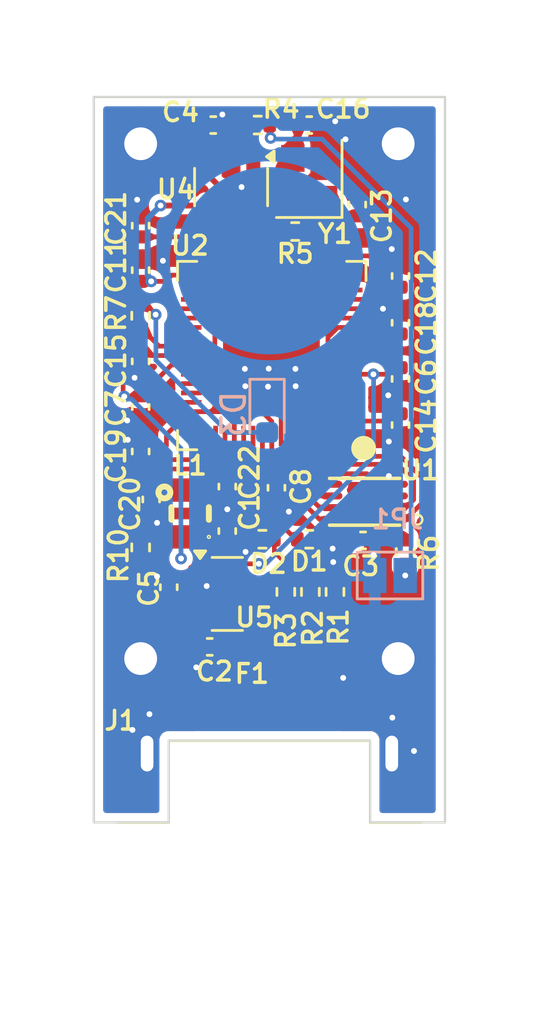
<source format=kicad_pcb>
(kicad_pcb (version 20241229) (generator "pcbnew") (generator_version "9.0")
  (layers (0 "F.Cu" signal) (2 "B.Cu" signal) (13 "F.Paste" user) (15 "B.Paste" user) (5 "F.SilkS" user "F.Silkscreen") (7 "B.SilkS" user "B.Silkscreen") (1 "F.Mask" user) (3 "B.Mask" user) (25 "Edge.Cuts" user))
  (net 0 "")
  (net 1 "GND")
  (net 4 "/+5V_USB")
  (net 5 "/D-")
  (net 6 "/D+")
  (net 7 "Net-(J1-A5-CC1)")
  (net 10 "/XIN")
  (net 11 "/XOUT")
  (net 12 "/DM")
  (net 13 "/DP")
  (net 14 "/QSPI_SD3")
  (net 15 "Net-(C16-Pad1)")
  (net 16 "/QSPI_SCLK")
  (net 17 "/QSPI_SD0")
  (net 18 "/+5V_VIN")
  (net 19 "/QSPI_SD2")
  (net 20 "/QSPI_SD1")
  (net 21 "/QSPI_SS_N")
  (net 22 "Net-(D3-A)")
  (net 23 "/GPIO25")
  (net 24 "+1V1")
  (net 25 "Net-(U4-Q)")
  (net 26 "+3.3V")
  (net 27 "Net-(U4-I)")
  (net 28 "Net-(U2-VREG_LX)")
  (net 29 "/TOUCH_BTN")
  (net 63 "/VREG_AVDD")
  (footprint "Resistor_SMD:R_0402_1005Metric" (layer "F.Cu") (at 109.9 88.35 90)
    (property "Reference" "R1")
    (property "Value" "R_0402_5.1K_5%")
  )
  (footprint "Capacitor_SMD:C_0402_1005Metric" (layer "F.Cu") (at 112.7 76.85 90)
    (property "Reference" "C18")
    (property "Value" "C_0402_100nF_10V_X7R")
  )
  (footprint "LT_TinyMountingHole:MountingHole-M1.4" (layer "F.Cu") (at 112.6 91.2)
    (property "Reference" "H2" (hide yes))
    (property "Value" "M1.4 Hole")
  )
  (footprint "Resistor_SMD:R_0402_1005Metric" (layer "F.Cu") (at 101.6 86.45 90)
    (property "Reference" "R10")
    (property "Value" "R_0402_33_5%")
  )
  (footprint "LT_TinyMountingHole:MountingHole-M1.4" (layer "F.Cu") (at 101.6 91.2)
    (property "Reference" "H4" (hide yes))
    (property "Value" "M1.4 Hole")
  )
  (footprint "Capacitor_SMD:C_0402_1005Metric" (layer "F.Cu") (at 112.7 81.22 -90)
    (property "Reference" "C14")
    (property "Value" "C_0402_100nF_10V_X7R")
  )
  (footprint "Capacitor_SMD:C_0402_1005Metric" (layer "F.Cu") (at 104.55 90.7 180)
    (property "Reference" "C2")
    (property "Value" "C_0402_4.7uF_10V_X5R")
  )
  (footprint "Capacitor_SMD:C_0402_1005Metric" (layer "F.Cu") (at 111.1 86.15 180)
    (property "Reference" "C3")
    (property "Value" "C_0402_1uF_10V_X5R")
  )
  (footprint "Resistor_SMD:R_0402_1005Metric" (layer "F.Cu") (at 106.8 86.1)
    (property "Reference" "D2")
    (property "Value" "TPESD0402G05V")
  )
  (footprint "Capacitor_SMD:C_0402_1005Metric" (layer "F.Cu") (at 105.3 85.75 90)
    (property "Reference" "C1")
    (property "Value" "C_0402_4.7uF_10V_X5R")
  )
  (footprint "Capacitor_SMD:C_0402_1005Metric" (layer "F.Cu") (at 101.6 82.35 -90)
    (property "Reference" "C19")
    (property "Value" "C_0402_100nF_10V_X7R")
  )
  (footprint "Capacitor_SMD:C_0402_1005Metric" (layer "F.Cu") (at 107.4 83.9 -90)
    (property "Reference" "C8")
    (property "Value" "C_0402_4.7uF_10V_X5R")
  )
  (footprint "Resistor_SMD:R_0402_1005Metric" (layer "F.Cu") (at 108.85 88.35 -90)
    (property "Reference" "R2")
    (property "Value" "R_0402_27_5%")
  )
  (footprint "Resistor_SMD:R_0402_1005Metric" (layer "F.Cu") (at 108.2 72.95 180)
    (property "Reference" "R5")
    (property "Value" "R_0402_1K_5%")
  )
  (footprint "LT_GT-USB-8016A:GT-USB-8016A" (layer "F.Cu") (at 107.1 93.4)
    (property "Reference" "J1")
    (property "Value" "GT-USB-8016A")
  )
  (footprint "Resistor_SMD:R_0402_1005Metric" (layer "F.Cu") (at 112.9 86.65 -90)
    (property "Reference" "R6")
    (property "Value" "R_0402_1K_5%")
  )
  (footprint "Crystal:Crystal_SMD_2520-4Pin_2.5x2.0mm" (layer "F.Cu") (at 108.8 70.7 90)
    (property "Reference" "Y1")
    (property "Value" "ABM8-272-T3")
  )
  (footprint "Capacitor_SMD:C_0402_1005Metric" (layer "F.Cu") (at 104.7 68.4)
    (property "Reference" "C4")
    (property "Value" "C_0402_1pF_50V_C0G")
  )
  (footprint "LT_TinyMountingHole:MountingHole-M1.4" (layer "F.Cu") (at 112.6 69.2)
    (property "Reference" "H3" (hide yes))
    (property "Value" "M1.4 Hole")
  )
  (footprint "Resistor_SMD:R_0402_1005Metric" (layer "F.Cu") (at 101.6 76.55 90)
    (property "Reference" "R7")
    (property "Value" "R_0402_470_5%")
  )
  (footprint "Package_TO_SOT_SMD:SOT-23" (layer "F.Cu") (at 105.3 88.4375)
    (property "Reference" "U5")
    (property "Value" "662K")
  )
  (footprint "Capacitor_SMD:C_0402_1005Metric" (layer "F.Cu") (at 108.8 68.4)
    (property "Reference" "C16")
    (property "Value" "C_0402_15pF_50V_C0G")
  )
  (footprint "Capacitor_SMD:C_0402_1005Metric" (layer "F.Cu") (at 102.8 88.15 90)
    (property "Reference" "C5")
    (property "Value" "C_0402_4.7uF_10V_X5R")
  )
  (footprint "Package_TO_SOT_SMD:SOT-23-6" (layer "F.Cu") (at 105.4625 71.05 -90)
    (property "Reference" "U4")
    (property "Value" "TTP223_SOT23-6")
  )
  (footprint "Capacitor_SMD:C_0402_1005Metric" (layer "F.Cu") (at 101.6 80.45 -90)
    (property "Reference" "C7")
    (property "Value" "C_0402_100nF_10V_X7R")
  )
  (footprint "Resistor_SMD:R_0402_1005Metric" (layer "F.Cu") (at 108.8 86.1)
    (property "Reference" "D1")
    (property "Value" "TPESD0402G05V")
  )
  (footprint "Capacitor_SMD:C_0402_1005Metric" (layer "F.Cu") (at 101.6 78.5 -90)
    (property "Reference" "C15")
    (property "Value" "C_0402_100nF_10V_X7R")
  )
  (footprint "Capacitor_SMD:C_0402_1005Metric" (layer "F.Cu") (at 101.6 74.6 90)
    (property "Reference" "C11")
    (property "Value" "C_0402_100nF_10V_X7R")
  )
  (footprint "Capacitor_SMD:C_0402_1005Metric" (layer "F.Cu") (at 101.6 72.7 -90)
    (property "Reference" "C21")
    (property "Value" "C_0402_4.7uF_10V_X5R")
  )
  (footprint "LT_TinyMountingHole:MountingHole-M1.4" (layer "F.Cu") (at 101.6 69.2)
    (property "Reference" "H1" (hide yes))
    (property "Value" "M1.4 Hole")
  )
  (footprint "LT_USON8:USON8-2x3mm-EP0.2x1.6mm" (layer "F.Cu") (at 111.167868 84.5 180)
    (property "Reference" "U1")
    (property "Value" "ZD25WQ32CEIGR")
  )
  (footprint "Resistor_SMD:R_0402_1005Metric" (layer "F.Cu") (at 107.8 88.35 -90)
    (property "Reference" "R3")
    (property "Value" "R_0402_27_5%")
  )
  (footprint "Resistor_SMD:R_0402_1005Metric" (layer "F.Cu") (at 106.6 68.4 180)
    (property "Reference" "R4")
    (property "Value" "R_0402_27_5%")
  )
  (footprint "Capacitor_SMD:C_0402_1005Metric" (layer "F.Cu") (at 112.7 79.25 -90)
    (property "Reference" "C6")
    (property "Value" "C_0402_100nF_10V_X7R")
  )
  (footprint "LT_Inductor:LT_L0806" (layer "F.Cu") (at 103.713538 85 90)
    (property "Reference" "L1")
    (property "Value" "AOTA-B201610S3R3-101-T")
  )
  (footprint "Capacitor_SMD:C_0402_1005Metric" (layer "F.Cu") (at 105.3 83.85 -90)
    (property "Reference" "C22")
    (property "Value" "C_0402_4.7uF_10V_X5R")
  )
  (footprint "Capacitor_SMD:C_0402_1005Metric" (layer "F.Cu") (at 110.85 71.8 90)
    (property "Reference" "C13")
    (property "Value" "C_0402_15pF_50V_C0G")
  )
  (footprint "Fuse:Fuse_0402_1005Metric" (layer "F.Cu") (at 106.45 90.7 180)
    (property "Reference" "F1")
    (property "Value" "BSMD0402L-020")
  )
  (footprint "LT_QFN60:RP2350A_QFN-60_EP_7.75x7.75_Pitch0.4mm" (layer "F.Cu") (at 107.2 78.25 180)
    (property "Reference" "U2")
    (property "Value" "RP2350A-QFN60")
  )
  (footprint "Capacitor_SMD:C_0402_1005Metric" (layer "F.Cu") (at 112.7 74.85 90)
    (property "Reference" "C12")
    (property "Value" "C_0402_100nF_10V_X7R")
  )
  (footprint "Capacitor_SMD:C_0402_1005Metric" (layer "F.Cu") (at 102.05 84.4 -90)
    (property "Reference" "C20")
    (property "Value" "C_0402_4.7uF_10V_X5R")
  )
  (footprint "Jumper:SolderJumper-2_P1.3mm_Open_Pad1.0x1.5mm" (layer "B.Cu") (at 112.25 87.65 180)
    (property "Reference" "JP1")
    (property "Value" "Jumper_2_Open")
  )
  (footprint "LED_SMD:LED_0603_1608Metric" (layer "B.Cu") (at 107 80.75 -90)
    (property "Reference" "D3")
    (property "Value" "NCD0603B1")
  )
  (footprint "LT_TestPoint:TP_8MM" (layer "B.Cu") (at 107.1 74.2)
    (property "Reference" "TP1" (hide yes))
    (property "Value" "TestPoint")
  )
  (gr_line (start 114.6 67.2) (end 99.6 67.2) (stroke (width 0.1)) (layer "Edge.Cuts"))
  (gr_line (start 102.8 98.2) (end 102.8 94.7) (stroke (width 0.1)) (layer "Edge.Cuts"))
  (gr_line (start 111.4 94.7) (end 111.4 98.2) (stroke (width 0.1)) (layer "Edge.Cuts"))
  (gr_line (start 102.8 94.7) (end 111.4 94.7) (stroke (width 0.1)) (layer "Edge.Cuts"))
  (gr_line (start 99.6 67.2) (end 99.6 98.2) (stroke (width 0.1)) (layer "Edge.Cuts"))
  (gr_line (start 99.6 98.2) (end 102.8 98.2) (stroke (width 0.1)) (layer "Edge.Cuts"))
  (gr_line (start 111.4 98.2) (end 114.6 98.2) (stroke (width 0.1)) (layer "Edge.Cuts"))
  (gr_line (start 114.6 67.2) (end 114.6 98.2) (stroke (width 0.1)) (layer "Edge.Cuts"))
  (segment (start 102.65 84.28) (end 102.05 84.88) (width 0.2) (layer "F.Cu") (net 1))
  (segment (start 109.28 68.4) (end 109.75 68.4) (width 0.25) (layer "F.Cu") (net 1))
  (segment (start 102.65 83.35) (end 102.65 84.28) (width 0.2) (layer "F.Cu") (net 1))
  (segment (start 102.8 87.67) (end 102.32 87.67) (width 0.25) (layer "F.Cu") (net 1))
  (segment (start 101.025 81.025) (end 101.475 81.025) (width 0.25) (layer "F.Cu") (net 1))
  (segment (start 113.165 95.26) (end 113.275 95.15) (width 0.3) (layer "F.Cu") (net 1))
  (segment (start 105.3 84.82) (end 105.3 84.33) (width 0.25) (layer "F.Cu") (net 1))
  (segment (start 104.025 83.1) (end 102.9 83.1) (width 0.2) (layer "F.Cu") (net 1))
  (segment (start 102.05 85.25) (end 102.05 84.88) (width 0.25) (layer "F.Cu") (net 1))
  (segment (start 102.55 74.2) (end 102.5 74.15) (width 0.25) (layer "F.Cu") (net 1))
  (segment (start 107.5 84.49) (end 107.93 84.92) (width 0.25) (layer "F.Cu") (net 1))
  (segment (start 108.1 71.368) (end 109.5 69.968) (width 0.25) (layer "F.Cu") (net 1))
  (segment (start 106.29 86.46) (end 106.29 86.1) (width 0.25) (layer "F.Cu") (net 1))
  (segment (start 101.31 81.85) (end 101.33 81.87) (width 0.25) (layer "F.Cu") (net 1))
  (segment (start 112.395 79.73) (end 112.175 79.95) (width 0.2) (layer "F.Cu") (net 1))
  (segment (start 104.3625 88.0425) (end 104.42 88.1) (width 0.25) (layer "F.Cu") (net 1))
  (segment (start 102.5 74.15) (end 101.61 74.15) (width 0.25) (layer "F.Cu") (net 1))
  (segment (start 104.18 87.67) (end 104.3625 87.4875) (width 0.25) (layer "F.Cu") (net 1))
  (segment (start 102.8 87.67) (end 104.18 87.67) (width 0.25) (layer "F.Cu") (net 1))
  (segment (start 106.08 86.64) (end 106.11 86.64) (width 0.25) (layer "F.Cu") (net 1))
  (segment (start 105.18 68.04) (end 105.09 67.95) (width 0.25) (layer "F.Cu") (net 1))
  (segment (start 101.875 94.875) (end 101.25 94.25) (width 0.3) (layer "F.Cu") (net 1))
  (segment (start 112.07 76.37) (end 111.95 76.25) (width 0.2) (layer "F.Cu") (net 1))
  (segment (start 102.9 83.1) (end 102.65 83.35) (width 0.2) (layer "F.Cu") (net 1))
  (segment (start 112.55 83.75) (end 112.2 83.4) (width 0.2) (layer "F.Cu") (net 1))
  (segment (start 104.07 90.7) (end 104.07 91.48) (width 0.3) (layer "F.Cu") (net 1))
  (segment (start 104.8 81.6875) (end 104.8 82.325) (width 0.2) (layer "F.Cu") (net 1))
  (segment (start 112.7 81.7) (end 112.425 81.7) (width 0.2) (layer "F.Cu") (net 1))
  (segment (start 101.61 74.15) (end 101.6 74.14) (width 0.25) (layer "F.Cu") (net 1))
  (segment (start 105.4625 68.6825) (end 105.18 68.4) (width 0.25) (layer "F.Cu") (net 1))
  (segment (start 110.29 93.4) (end 110.29 92.065) (width 0.3) (layer "F.Cu") (net 1))
  (segment (start 111.55 86.775) (end 111.6 86.725) (width 0.25) (layer "F.Cu") (net 1))
  (segment (start 104.07 91.48) (end 103.975 91.575) (width 0.3) (layer "F.Cu") (net 1))
  (segment (start 104.8 82.325) (end 104.025 83.1) (width 0.2) (layer "F.Cu") (net 1))
  (segment (start 109.8 86.5) (end 109.71 86.5) (width 0.25) (layer "F.Cu") (net 1))
  (segment (start 111.2 93.4) (end 112.025 93.4) (width 0.3) (layer "F.Cu") (net 1))
  (segment (start 112.67 71.32) (end 112.93 71.58) (width 0.25) (layer "F.Cu") (net 1))
  (segment (start 109.9 87.15) (end 109.825 87.075) (width 0.3) (layer "F.Cu") (net 1))
  (segment (start 109.71 86.5) (end 109.31 86.1) (width 0.25) (layer "F.Cu") (net 1))
  (segment (start 112.7 74.37) (end 112.7 74.075) (width 0.2) (layer "F.Cu") (net 1))
  (segment (start 102.3 85.4) (end 102.2 85.4) (width 0.25) (layer "F.Cu") (net 1))
  (segment (start 111.58 86.745) (end 111.55 86.775) (width 0.2) (layer "F.Cu") (net 1))
  (segment (start 112.7 76.37) (end 112.07 76.37) (width 0.2) (layer "F.Cu") (net 1))
  (segment (start 109.75 68.4) (end 109.91 68.24) (width 0.25) (layer "F.Cu") (net 1))
  (segment (start 105.3 85.27) (end 105.3 84.82) (width 0.25) (layer "F.Cu") (net 1))
  (segment (start 102.15 93.4) (end 101.975 93.575) (width 0.3) (layer "F.Cu") (net 1))
  (segment (start 104.3625 87.4875) (end 104.3625 88.0425) (width 0.25) (layer "F.Cu") (net 1))
  (segment (start 101.05 81.85) (end 101.31 81.85) (width 0.25) (layer "F.Cu") (net 1))
  (segment (start 112.425 81.7) (end 112.2 81.925) (width 0.2) (layer "F.Cu") (net 1))
  (segment (start 102.2 85.4) (end 102.05 85.25) (width 0.25) (layer "F.Cu") (net 1))
  (segment (start 106.11 86.64) (end 106.29 86.46) (width 0.25) (layer "F.Cu") (net 1))
  (segment (start 101.6 72.22) (end 101.6 71.74) (width 0.25) (layer "F.Cu") (net 1))
  (segment (start 111.58 86.15) (end 111.58 86.745) (width 0.2) (layer "F.Cu") (net 1))
  (segment (start 105.18 68.4) (end 105.18 68.04) (width 0.25) (layer "F.Cu") (net 1))
  (segment (start 101.33 81.87) (end 101.6 81.87) (width 0.25) (layer "F.Cu") (net 1))
  (segment (start 103 93.4) (end 102.15 93.4) (width 0.3) (layer "F.Cu") (net 1))
  (segment (start 112.567868 83.75) (end 112.55 83.75) (width 0.2) (layer "F.Cu") (net 1))
  (segment (start 110.29 92.065) (end 110.25 92.025) (width 0.3) (layer "F.Cu") (net 1))
  (segment (start 110.85 71.32) (end 112.67 71.32) (width 0.25) (layer "F.Cu") (net 1))
  (segment (start 109.535 69.825) (end 110.35 69.01) (width 0.25) (layer "F.Cu") (net 1))
  (segment (start 109.9 87.84) (end 109.9 87.15) (width 0.3) (layer "F.Cu") (net 1))
  (segment (start 112.7 74.075) (end 112.325 73.7) (width 0.2) (layer "F.Cu") (net 1))
  (segment (start 112.325 95.26) (end 113.165 95.26) (width 0.3) (layer "F.Cu") (net 1))
  (segment (start 102.32 87.67) (end 102.3 87.69) (width 0.25) (layer "F.Cu") (net 1))
  (segment (start 110.85 71.175) (end 109.5 69.825) (width 0.25) (layer "F.Cu") (net 1))
  (segment (start 112.025 93.4) (end 112.35 93.725) (width 0.3) (layer "F.Cu") (net 1))
  (segment (start 101.6 71.74) (end 101.45 71.59) (width 0.25) (layer "F.Cu") (net 1))
  (segment (start 112.7 79.73) (end 112.395 79.73) (width 0.2) (layer "F.Cu") (net 1))
  (segment (start 101.56 78.98) (end 101.34 79.2) (width 0.25) (layer "F.Cu") (net 1))
  (segment (start 105.4625 69.9125) (end 105.4625 68.6825) (width 0.25) (layer "F.Cu") (net 1))
  (via (at 112.35 93.725) (size 0.5) (drill 0.25) (layers "F.Cu" "B.Cu") (net 1))
  (via (at 108.22 79.56) (size 0.5) (drill 0.25) (layers "F.Cu" "B.Cu") (net 1))
  (via (at 112.2 83.4) (size 0.5) (drill 0.25) (layers "F.Cu" "B.Cu") (net 1))
  (via (at 101.34 79.2) (size 0.5) (drill 0.25) (layers "F.Cu" "B.Cu") (net 1))
  (via (at 104.42 88.1) (size 0.5) (drill 0.25) (layers "F.Cu" "B.Cu") (net 1))
  (via (at 110.35 69.01) (size 0.5) (drill 0.25) (layers "F.Cu" "B.Cu") (net 1))
  (via (at 105.09 67.95) (size 0.5) (drill 0.25) (layers "F.Cu" "B.Cu") (net 1))
  (via (at 105.3 84.82) (size 0.5) (drill 0.25) (layers "F.Cu" "B.Cu") (net 1))
  (via (at 101.05 81.85) (size 0.5) (drill 0.25) (layers "F.Cu" "B.Cu") (net 1))
  (via (at 111.55 86.775) (size 0.5) (drill 0.25) (layers "F.Cu" "B.Cu") (net 1))
  (via (at 112.175 79.95) (size 0.5) (drill 0.25) (layers "F.Cu" "B.Cu") (net 1))
  (via (at 109.825 87.075) (size 0.5) (drill 0.25) (layers "F.Cu" "B.Cu") (net 1))
  (via (at 111.95 76.25) (size 0.5) (drill 0.25) (layers "F.Cu" "B.Cu") (net 1))
  (via (at 101.25 94.25) (size 0.5) (drill 0.25) (layers "F.Cu" "B.Cu") (net 1))
  (via (at 106.08 86.64) (size 0.5) (drill 0.25) (layers "F.Cu" "B.Cu") (net 1))
  (via (at 108.21 78.82) (size 0.5) (drill 0.25) (layers "F.Cu" "B.Cu") (net 1))
  (via (at 112.2 81.925) (size 0.5) (drill 0.25) (layers "F.Cu" "B.Cu") (net 1))
  (via (at 109.91 68.24) (size 0.5) (drill 0.25) (layers "F.Cu" "B.Cu") (net 1))
  (via (at 107.04 79.58) (size 0.5) (drill 0.25) (layers "F.Cu" "B.Cu") (net 1))
  (via (at 101.025 81.025) (size 0.5) (drill 0.25) (layers "F.Cu" "B.Cu") (net 1))
  (via (at 106.05 78.82) (size 0.5) (drill 0.25) (layers "F.Cu" "B.Cu") (net 1))
  (via (at 109.8 86.5) (size 0.5) (drill 0.25) (layers "F.Cu" "B.Cu") (net 1))
  (via (at 112.325 73.7) (size 0.5) (drill 0.25) (layers "F.Cu" "B.Cu") (net 1))
  (via (at 110.25 92.025) (size 0.5) (drill 0.25) (layers "F.Cu" "B.Cu") (net 1))
  (via (at 101.45 71.59) (size 0.5) (drill 0.25) (layers "F.Cu" "B.Cu") (net 1))
  (via (at 107.93 84.92) (size 0.5) (drill 0.25) (layers "F.Cu" "B.Cu") (net 1))
  (via (at 102.3 85.4) (size 0.5) (drill 0.25) (layers "F.Cu" "B.Cu") (net 1))
  (via (at 103.975 91.575) (size 0.5) (drill 0.25) (layers "F.Cu" "B.Cu") (net 1))
  (via (at 113.275 95.15) (size 0.5) (drill 0.25) (layers "F.Cu" "B.Cu") (net 1))
  (via (at 107.07 78.81) (size 0.5) (drill 0.25) (layers "F.Cu" "B.Cu") (net 1))
  (via (at 101.975 93.575) (size 0.5) (drill 0.25) (layers "F.Cu" "B.Cu") (net 1))
  (via (at 112.93 71.58) (size 0.5) (drill 0.25) (layers "F.Cu" "B.Cu") (net 1))
  (via (at 102.55 74.2) (size 0.5) (drill 0.25) (layers "F.Cu" "B.Cu") (net 1))
  (via (at 102.3 87.69) (size 0.5) (drill 0.25) (layers "F.Cu" "B.Cu") (net 1))
  (via (at 106.07 79.56) (size 0.5) (drill 0.25) (layers "F.Cu" "B.Cu") (net 1))
  (segment (start 106.935 90.915) (end 106.935 90.7) (width 0.25) (layer "F.Cu") (net 4))
  (segment (start 105.74 92.11) (end 106.935 90.915) (width 0.25) (layer "F.Cu") (net 4))
  (segment (start 105.74 93.4) (end 105.74 92.11) (width 0.25) (layer "F.Cu") (net 4))
  (segment (start 107.8 91) (end 107.8 88.86) (width 0.2) (layer "F.Cu") (net 5))
  (segment (start 106.39 92.41) (end 107.8 91) (width 0.2) (layer "F.Cu") (net 5))
  (segment (start 106.39 93.4) (end 106.39 92.41) (width 0.2) (layer "F.Cu") (net 5))
  (segment (start 107.04 93.4) (end 107.04 92.56) (width 0.2) (layer "F.Cu") (net 6))
  (segment (start 108.85 90.75) (end 108.85 88.86) (width 0.2) (layer "F.Cu") (net 6))
  (segment (start 107.04 92.56) (end 108.85 90.75) (width 0.2) (layer "F.Cu") (net 6))
  (segment (start 109.9 90.525) (end 109.9 88.86) (width 0.2) (layer "F.Cu") (net 7))
  (segment (start 107.69 93.4) (end 107.69 92.735) (width 0.2) (layer "F.Cu") (net 7))
  (segment (start 107.69 92.735) (end 109.9 90.525) (width 0.2) (layer "F.Cu") (net 7))
  (segment (start 108 74.8125) (end 108 74.15) (width 0.2) (layer "F.Cu") (net 10))
  (segment (start 108 74.15) (end 108.5 73.65) (width 0.2) (layer "F.Cu") (net 10))
  (segment (start 109.1 73.65) (end 109.5 73.25) (width 0.2) (layer "F.Cu") (net 10))
  (segment (start 110.205 72.28) (end 109.5 71.575) (width 0.2) (layer "F.Cu") (net 10))
  (segment (start 110.85 72.28) (end 110.205 72.28) (width 0.2) (layer "F.Cu") (net 10))
  (segment (start 109.5 73.25) (end 109.5 71.575) (width 0.2) (layer "F.Cu") (net 10))
  (segment (start 108.5 73.65) (end 109.1 73.65) (width 0.2) (layer "F.Cu") (net 10))
  (segment (start 107.6 73.95) (end 107.6 74.8125) (width 0.2) (layer "F.Cu") (net 11))
  (segment (start 108.6 72.95) (end 107.6 73.95) (width 0.2) (layer "F.Cu") (net 11))
  (segment (start 107.7 87.025) (end 107.31 86.635) (width 0.2) (layer "F.Cu") (net 12))
  (segment (start 107.31 86.635) (end 107.31 86.1) (width 0.2) (layer "F.Cu") (net 12))
  (segment (start 106.4 81.6875) (end 106.4 84.9) (width 0.2) (layer "F.Cu") (net 12))
  (segment (start 107.7 87.74) (end 107.7 87.025) (width 0.2) (layer "F.Cu") (net 12))
  (segment (start 106.4 84.9) (end 107.31 85.81) (width 0.2) (layer "F.Cu") (net 12))
  (segment (start 107.31 85.81) (end 107.31 86.1) (width 0.2) (layer "F.Cu") (net 12))
  (segment (start 106.8 81.6875) (end 106.8 84.68) (width 0.2) (layer "F.Cu") (net 13))
  (segment (start 108.29 86.515) (end 108.29 86.1) (width 0.2) (layer "F.Cu") (net 13))
  (segment (start 106.8 84.68) (end 108.22 86.1) (width 0.2) (layer "F.Cu") (net 13))
  (segment (start 108.85 87.075) (end 108.29 86.515) (width 0.2) (layer "F.Cu") (net 13))
  (segment (start 108.22 86.1) (end 108.29 86.1) (width 0.2) (layer "F.Cu") (net 13))
  (segment (start 108.85 87.84) (end 108.85 87.075) (width 0.2) (layer "F.Cu") (net 13))
  (segment (start 109.767868 84.75) (end 109.25 84.75) (width 0.2) (layer "F.Cu") (net 14))
  (segment (start 108 83.5) (end 108 81.6875) (width 0.2) (layer "F.Cu") (net 14))
  (segment (start 109.25 84.75) (end 108 83.5) (width 0.2) (layer "F.Cu") (net 14))
  (segment (start 107.12 70.805) (end 108.1 69.825) (width 0.2) (layer "F.Cu") (net 15))
  (segment (start 108.32 68.4) (end 108.32 69.605) (width 0.2) (layer "F.Cu") (net 15))
  (segment (start 107.12 72.42) (end 107.12 70.805) (width 0.2) (layer "F.Cu") (net 15))
  (segment (start 107.65 72.95) (end 107.12 72.42) (width 0.2) (layer "F.Cu") (net 15))
  (segment (start 109.232246 84.25) (end 108.4 83.417754) (width 0.2) (layer "F.Cu") (net 16))
  (segment (start 108.4 83.417754) (end 108.4 81.6875) (width 0.2) (layer "F.Cu") (net 16))
  (segment (start 109.767868 84.25) (end 109.232246 84.25) (width 0.2) (layer "F.Cu") (net 16))
  (segment (start 108.8 83.335508) (end 108.8 81.6875) (width 0.2) (layer "F.Cu") (net 17))
  (segment (start 109.214492 83.75) (end 108.8 83.335508) (width 0.2) (layer "F.Cu") (net 17))
  (segment (start 109.767868 83.75) (end 109.214492 83.75) (width 0.2) (layer "F.Cu") (net 17))
  (segment (start 105.965 90.7) (end 105.965 88.71) (width 0.25) (layer "F.Cu") (net 18))
  (segment (start 105.965 90.7) (end 105.03 90.7) (width 0.25) (layer "F.Cu") (net 18))
  (segment (start 105.965 88.71) (end 106.2375 88.4375) (width 0.25) (layer "F.Cu") (net 18))
  (segment (start 111.26491 83.3) (end 112.21491 84.25) (width 0.2) (layer "F.Cu") (net 19))
  (segment (start 109.6 83.3) (end 111.26491 83.3) (width 0.2) (layer "F.Cu") (net 19))
  (segment (start 109.2 81.6875) (end 109.2 82.9) (width 0.2) (layer "F.Cu") (net 19))
  (segment (start 112.21491 84.25) (end 112.567868 84.25) (width 0.2) (layer "F.Cu") (net 19))
  (segment (start 109.2 82.9) (end 109.6 83.3) (width 0.2) (layer "F.Cu") (net 19))
  (segment (start 113.258868 84.411958) (end 112.920826 84.75) (width 0.2) (layer "F.Cu") (net 20))
  (segment (start 112.570826 82.9) (end 113.258868 83.588042) (width 0.2) (layer "F.Cu") (net 20))
  (segment (start 110 82.9) (end 112.570826 82.9) (width 0.2) (layer "F.Cu") (net 20))
  (segment (start 113.258868 83.588042) (end 113.258868 84.411958) (width 0.2) (layer "F.Cu") (net 20))
  (segment (start 109.6 82.5) (end 110 82.9) (width 0.2) (layer "F.Cu") (net 20))
  (segment (start 109.6 81.6875) (end 109.6 82.5) (width 0.2) (layer "F.Cu") (net 20))
  (segment (start 112.920826 84.75) (end 112.567868 84.75) (width 0.2) (layer "F.Cu") (net 20))
  (segment (start 112.567868 85.25) (end 112.567868 85.807868) (width 0.25) (layer "F.Cu") (net 21))
  (segment (start 110.259 82.559) (end 112.712072 82.559) (width 0.2) (layer "F.Cu") (net 21))
  (segment (start 113.599868 83.446796) (end 113.599868 84.570958) (width 0.2) (layer "F.Cu") (net 21))
  (segment (start 112.712072 82.559) (end 113.599868 83.446796) (width 0.2) (layer "F.Cu") (net 21))
  (segment (start 110 81.6875) (end 110 82.3) (width 0.2) (layer "F.Cu") (net 21))
  (segment (start 113.052958 85.25) (end 112.7 85.25) (width 0.2) (layer "F.Cu") (net 21))
  (segment (start 113.599868 84.570958) (end 112.920826 85.25) (width 0.2) (layer "F.Cu") (net 21))
  (segment (start 110 82.3) (end 110.259 82.559) (width 0.2) (layer "F.Cu") (net 21))
  (segment (start 112.567868 85.807868) (end 112.9 86.14) (width 0.25) (layer "F.Cu") (net 21))
  (segment (start 112.920826 85.25) (end 112.567868 85.25) (width 0.2) (layer "F.Cu") (net 21))
  (segment (start 102.24 76.5) (end 101.78 76.04) (width 0.2) (layer "F.Cu") (net 22))
  (via (at 102.24 76.5) (size 0.5) (drill 0.25) (layers "F.Cu" "B.Cu") (net 22))
  (segment (start 105.3375 81.5375) (end 107 81.5375) (width 0.2) (layer "B.Cu") (net 22))
  (segment (start 102.25 76.51) (end 102.25 78.45) (width 0.2) (layer "B.Cu") (net 22))
  (segment (start 102.24 76.5) (end 102.25 76.51) (width 0.2) (layer "B.Cu") (net 22))
  (segment (start 102.25 78.45) (end 105.3375 81.5375) (width 0.2) (layer "B.Cu") (net 22))
  (segment (start 102.39 77.85) (end 101.6 77.06) (width 0.2) (layer "F.Cu") (net 23))
  (segment (start 103.7625 77.85) (end 102.39 77.85) (width 0.2) (layer "F.Cu") (net 23))
  (segment (start 107.2 74.05) (end 106.8 73.65) (width 0.2) (layer "F.Cu") (net 24))
  (segment (start 112.42 79.05) (end 112.7 78.77) (width 0.2) (layer "F.Cu") (net 24))
  (segment (start 106 81.6875) (end 106 85.53) (width 0.2) (layer "F.Cu") (net 24))
  (segment (start 102.92 78.65) (end 101.6 79.97) (width 0.2) (layer "F.Cu") (net 24))
  (segment (start 100.85 73.6) (end 101.27 73.18) (width 0.2) (layer "F.Cu") (net 24))
  (segment (start 103.7625 78.65) (end 102.92 78.65) (width 0.2) (layer "F.Cu") (net 24))
  (segment (start 101.18 79.97) (end 101.6 79.97) (width 0.2) (layer "F.Cu") (net 24))
  (segment (start 106.65 87.15) (end 105.78 87.15) (width 0.2) (layer "F.Cu") (net 24))
  (segment (start 105.3 86.67) (end 105.3 86.23) (width 0.2) (layer "F.Cu") (net 24))
  (segment (start 107.2 74.8125) (end 107.2 74.05) (width 0.2) (layer "F.Cu") (net 24))
  (segment (start 100.9 80) (end 100.85 79.95) (width 0.2) (layer "F.Cu") (net 24))
  (segment (start 101.15 80) (end 101.18 79.97) (width 0.2) (layer "F.Cu") (net 24))
  (segment (start 103.325 86.925) (end 103.325 86.388538) (width 0.2) (layer "F.Cu") (net 24))
  (segment (start 100.85 79.95) (end 100.85 73.6) (width 0.2) (layer "F.Cu") (net 24))
  (segment (start 104.8 86.23) (end 103.943538 86.23) (width 0.25) (layer "F.Cu") (net 24))
  (segment (start 106.8 73.65) (end 103.8 73.65) (width 0.2) (layer "F.Cu") (net 24))
  (segment (start 101.27 73.18) (end 101.42 73.18) (width 0.2) (layer "F.Cu") (net 24))
  (segment (start 105.78 87.15) (end 105.3 86.67) (width 0.2) (layer "F.Cu") (net 24))
  (segment (start 103.8 73.65) (end 103.33 73.18) (width 0.2) (layer "F.Cu") (net 24))
  (segment (start 110.6375 79.05) (end 112.42 79.05) (width 0.2) (layer "F.Cu") (net 24))
  (segment (start 103.33 73.18) (end 101.6 73.18) (width 0.2) (layer "F.Cu") (net 24))
  (segment (start 105.3 86.23) (end 104.8 86.23) (width 0.25) (layer "F.Cu") (net 24))
  (segment (start 102.25 73.18) (end 101.6 73.18) (width 0.2) (layer "F.Cu") (net 24))
  (segment (start 106 85.53) (end 105.3 86.23) (width 0.2) (layer "F.Cu") (net 24))
  (segment (start 100.9 80) (end 101.15 80) (width 0.2) (layer "F.Cu") (net 24))
  (via (at 100.9 80) (size 0.5) (drill 0.25) (layers "F.Cu" "B.Cu") (net 24))
  (via (at 106.65 87.15) (size 0.5) (drill 0.25) (layers "F.Cu" "B.Cu") (net 24))
  (via (at 103.325 86.925) (size 0.5) (drill 0.25) (layers "F.Cu" "B.Cu") (net 24))
  (via (at 111.54 79.05) (size 0.5) (drill 0.25) (layers "F.Cu" "B.Cu") (net 24))
  (segment (start 111.55 79.06) (end 111.55 82.55) (width 0.2) (layer "B.Cu") (net 24))
  (segment (start 103.325 86.925) (end 103.32 86.92) (width 0.2) (layer "B.Cu") (net 24))
  (segment (start 103.32 86.92) (end 103.32 82.22) (width 0.2) (layer "B.Cu") (net 24))
  (segment (start 101.2125 80.1125) (end 101.0125 80.1125) (width 0.2) (layer "B.Cu") (net 24))
  (segment (start 106.95 87.15) (end 106.65 87.15) (width 0.2) (layer "B.Cu") (net 24))
  (segment (start 103.32 82.22) (end 101.2125 80.1125) (width 0.2) (layer "B.Cu") (net 24))
  (segment (start 101.0125 80.1125) (end 100.9 80) (width 0.2) (layer "B.Cu") (net 24))
  (segment (start 111.55 82.55) (end 106.95 87.15) (width 0.2) (layer "B.Cu") (net 24))
  (segment (start 111.54 79.05) (end 111.55 79.06) (width 0.2) (layer "B.Cu") (net 24))
  (segment (start 106.4125 68.7225) (end 106.09 68.4) (width 0.2) (layer "F.Cu") (net 25))
  (segment (start 106.4125 69.9125) (end 106.4125 68.7225) (width 0.2) (layer "F.Cu") (net 25))
  (segment (start 105.6 81.6875) (end 105.6 83.07) (width 0.2) (layer "F.Cu") (net 26))
  (segment (start 102.7 81.625) (end 102.7 82.1) (width 0.2) (layer "F.Cu") (net 26))
  (segment (start 104.382 78.25) (end 103.7625 78.25) (width 0.2) (layer "F.Cu") (net 26))
  (segment (start 105.6 83.07) (end 105.3 83.37) (width 0.2) (layer "F.Cu") (net 26))
  (segment (start 107.6 80.85) (end 107.6 81.6875) (width 0.2) (layer "F.Cu") (net 26))
  (segment (start 104.768 75.8) (end 104.459 75.491) (width 0.2) (layer "F.Cu") (net 26))
  (segment (start 103.7625 81.05) (end 103.275 81.05) (width 0.2) (layer "F.Cu") (net 26))
  (segment (start 102.8 88.63) (end 103.08 88.63) (width 0.25) (layer "F.Cu") (net 26))
  (segment (start 100.9 83.53) (end 101.6 82.83) (width 0.25) (layer "F.Cu") (net 26))
  (segment (start 104.165 71.84) (end 104.5125 72.1875) (width 0.25) (layer "F.Cu") (net 26))
  (segment (start 102.45 71.84) (end 104.165 71.84) (width 0.25) (layer "F.Cu") (net 26))
  (segment (start 104.6 80.65) (end 105.182 80.65) (width 0.2) (layer "F.Cu") (net 26))
  (segment (start 110.25 85.25) (end 110.62 85.62) (width 0.2) (layer "F.Cu") (net 26))
  (segment (start 110.6375 81.05) (end 112.39 81.05) (width 0.2) (layer "F.Cu") (net 26))
  (segment (start 110.6375 81.05) (end 110.5965 81.009) (width 0.2) (layer "F.Cu") (net 26))
  (segment (start 104.768 75.8) (end 104.768 77.75) (width 0.2) (layer "F.Cu") (net 26))
  (segment (start 111.361 73.991) (end 112.7 75.33) (width 0.2) (layer "F.Cu") (net 26))
  (segment (start 102.7 82.1) (end 101.97 82.83) (width 0.2) (layer "F.Cu") (net 26))
  (segment (start 104.768 77.75) (end 104.768 80.482) (width 0.2) (layer "F.Cu") (net 26))
  (segment (start 112.39 81.05) (end 112.7 80.74) (width 0.2) (layer "F.Cu") (net 26))
  (segment (start 110.018 77.05) (end 110.6375 77.05) (width 0.2) (layer "F.Cu") (net 26))
  (segment (start 109.6 80.65) (end 109.6 77.468) (width 0.2) (layer "F.Cu") (net 26))
  (segment (start 105.182 80.65) (end 105.6 81.068) (width 0.2) (layer "F.Cu") (net 26))
  (segment (start 107.41 83.42) (end 109.24 85.25) (width 0.2) (layer "F.Cu") (net 26))
  (segment (start 103.275 81.05) (end 102.7 81.625) (width 0.2) (layer "F.Cu") (net 26))
  (segment (start 108.4 74.25) (end 108.659 73.991) (width 0.2) (layer "F.Cu") (net 26))
  (segment (start 104.459 75.491) (end 104.459 74.8715) (width 0.2) (layer "F.Cu") (net 26))
  (segment (start 102.28 88.63) (end 102.8 88.63) (width 0.25) (layer "F.Cu") (net 26))
  (segment (start 107.2 81.6875) (end 107.2 83.12) (width 0.2) (layer "F.Cu") (net 26))
  (segment (start 105.182 80.65) (end 106.782 80.65) (width 0.2) (layer "F.Cu") (net 26))
  (segment (start 106.782 80.65) (end 107.3 80.65) (width 0.2) (layer "F.Cu") (net 26))
  (segment (start 101.6 75.08) (end 102.67 75.08) (width 0.2) (layer "F.Cu") (net 26))
  (segment (start 100.9 86.26) (end 100.9 83.53) (width 0.25) (layer "F.Cu") (net 26))
  (segment (start 102.67 75.08) (end 102.9375 74.8125) (width 0.2) (layer "F.Cu") (net 26))
  (segment (start 108.659 73.991) (end 111.361 73.991) (width 0.2) (layer "F.Cu") (net 26))
  (segment (start 109.6 77.468) (end 110.018 77.05) (width 0.2) (layer "F.Cu") (net 26))
  (segment (start 109.767868 85.25) (end 110.25 85.25) (width 0.2) (layer "F.Cu") (net 26))
  (segment (start 107.4 80.65) (end 107.6 80.85) (width 0.2) (layer "F.Cu") (net 26))
  (segment (start 101.83 78.25) (end 101.6 78.02) (width 0.2) (layer "F.Cu") (net 26))
  (segment (start 110.62 85.62) (end 110.62 86.15) (width 0.2) (layer "F.Cu") (net 26))
  (segment (start 109.959 81.009) (end 109.6 80.65) (width 0.2) (layer "F.Cu") (net 26))
  (segment (start 108.4 75.55) (end 108.4 74.8125) (width 0.2) (layer "F.Cu") (net 26))
  (segment (start 104.768 77.864) (end 104.382 78.25) (width 0.2) (layer "F.Cu") (net 26))
  (segment (start 109.6 76.1) (end 109.3 75.8) (width 0.2) (layer "F.Cu") (net 26))
  (segment (start 110.6375 77.05) (end 112.42 77.05) (width 0.2) (layer "F.Cu") (net 26))
  (segment (start 103.7625 80.65) (end 103.7625 81.05) (width 0.2) (layer "F.Cu") (net 26))
  (segment (start 104.768 77.75) (end 104.768 77.864) (width 0.2) (layer "F.Cu") (net 26))
  (segment (start 106.782 80.65) (end 107.2 81.068) (width 0.2) (layer "F.Cu") (net 26))
  (segment (start 101.6 86.96) (end 101.6 87.95) (width 0.25) (layer "F.Cu") (net 26))
  (segment (start 103.08 88.63) (end 103.8375 89.3875) (width 0.25) (layer "F.Cu") (net 26))
  (segment (start 103.7625 80.65) (end 104.6 80.65) (width 0.2) (layer "F.Cu") (net 26))
  (segment (start 109.3 75.8) (end 108.8 75.8) (width 0.2) (layer "F.Cu") (net 26))
  (segment (start 108.8 75.8) (end 104.768 75.8) (width 0.2) (layer "F.Cu") (net 26))
  (segment (start 108.4 74.8125) (end 108.4 74.25) (width 0.2) (layer "F.Cu") (net 26))
  (segment (start 104.459 74.8715) (end 104.4 74.8125) (width 0.2) (layer "F.Cu") (net 26))
  (segment (start 101.6 86.96) (end 100.9 86.26) (width 0.25) (layer "F.Cu") (net 26))
  (segment (start 112.42 77.05) (end 112.7 77.33) (width 0.2) (layer "F.Cu") (net 26))
  (segment (start 102.9375 74.8125) (end 104.4 74.8125) (width 0.2) (layer "F.Cu") (net 26))
  (segment (start 108.65 75.8) (end 108.4 75.55) (width 0.2) (layer "F.Cu") (net 26))
  (segment (start 105.4625 72.1875) (end 104.5125 72.1875) (width 0.25) (layer "F.Cu") (net 26))
  (segment (start 109.6 80.65) (end 107.3 80.65) (width 0.2) (layer "F.Cu") (net 26))
  (segment (start 109.24 85.25) (end 109.767868 85.25) (width 0.2) (layer "F.Cu") (net 26))
  (segment (start 110.5965 81.009) (end 109.959 81.009) (width 0.2) (layer "F.Cu") (net 26))
  (segment (start 107.2 81.068) (end 107.2 81.6875) (width 0.2) (layer "F.Cu") (net 26))
  (segment (start 109.6 77.468) (end 109.6 76.1) (width 0.2) (layer "F.Cu") (net 26))
  (segment (start 107.2 83.12) (end 107.5 83.42) (width 0.2) (layer "F.Cu") (net 26))
  (segment (start 107.3 80.65) (end 107.4 80.65) (width 0.2) (layer "F.Cu") (net 26))
  (segment (start 103.7625 78.25) (end 101.83 78.25) (width 0.2) (layer "F.Cu") (net 26))
  (segment (start 108.8 75.8) (end 108.65 75.8) (width 0.2) (layer "F.Cu") (net 26))
  (segment (start 101.97 82.83) (end 101.6 82.83) (width 0.2) (layer "F.Cu") (net 26))
  (segment (start 101.6 87.95) (end 102.28 88.63) (width 0.25) (layer "F.Cu") (net 26))
  (segment (start 105.6 81.068) (end 105.6 81.6875) (width 0.2) (layer "F.Cu") (net 26))
  (segment (start 104.768 80.482) (end 104.6 80.65) (width 0.2) (layer "F.Cu") (net 26))
  (via (at 102.45 71.84) (size 0.5) (drill 0.25) (layers "F.Cu" "B.Cu") (net 26))
  (via (at 102.05 75.08) (size 0.5) (drill 0.25) (layers "F.Cu" "B.Cu") (net 26))
  (segment (start 102.04 75.07) (end 102.05 75.08) (width 0.25) (layer "B.Cu") (net 26))
  (segment (start 102.15 75.08) (end 101.9 74.83) (width 0.25) (layer "B.Cu") (net 26))
  (segment (start 101.9 74.83) (end 101.9 72.39) (width 0.25) (layer "B.Cu") (net 26))
  (segment (start 101.9 72.39) (end 102.45 71.84) (width 0.25) (layer "B.Cu") (net 26))
  (segment (start 104.5125 70.6225) (end 104.5125 69.9125) (width 0.25) (layer "F.Cu") (net 27))
  (segment (start 104.5125 70.574999) (end 104.987501 71.05) (width 0.25) (layer "F.Cu") (net 27))
  (segment (start 104.5125 69.9125) (end 104.5125 70.574999) (width 0.25) (layer "F.Cu") (net 27))
  (segment (start 104.5125 69.9125) (end 104.5125 68.6925) (width 0.2) (layer "F.Cu") (net 27))
  (segment (start 104.987501 71.05) (end 105.91 71.05) (width 0.25) (layer "F.Cu") (net 27))
  (segment (start 104.5125 68.6925) (end 104.22 68.4) (width 0.2) (layer "F.Cu") (net 27))
  (via (at 105.91 71.05) (size 0.5) (drill 0.25) (layers "F.Cu" "B.Cu") (net 27))
  (segment (start 105.2 82.513538) (end 103.713538 84) (width 0.2) (layer "F.Cu") (net 28))
  (segment (start 105.2 81.6875) (end 105.2 82.513538) (width 0.2) (layer "F.Cu") (net 28))
  (segment (start 112.9 87.16) (end 112.9 87.65) (width 0.2) (layer "F.Cu") (net 29))
  (segment (start 107.11 68.91) (end 107.15 68.95) (width 0.25) (layer "F.Cu") (net 29))
  (segment (start 107.11 68.4) (end 107.11 68.91) (width 0.25) (layer "F.Cu") (net 29))
  (via (at 107.15 68.95) (size 0.5) (drill 0.25) (layers "F.Cu" "B.Cu") (net 29))
  (via (at 112.9 87.65) (size 0.5) (drill 0.25) (layers "F.Cu" "B.Cu") (net 29))
  (segment (start 113.15 72.8) (end 113.15 87.4) (width 0.2) (layer "B.Cu") (net 29))
  (segment (start 109.35 69) (end 113.15 72.8) (width 0.2) (layer "B.Cu") (net 29))
  (segment (start 107.2 69) (end 109.35 69) (width 0.2) (layer "B.Cu") (net 29))
  (segment (start 107.15 68.95) (end 107.2 69) (width 0.2) (layer "B.Cu") (net 29))
  (segment (start 113.15 87.4) (end 112.9 87.65) (width 0.2) (layer "B.Cu") (net 29))
  (segment (start 102.05 83.45) (end 102.05 83.92) (width 0.2) (layer "F.Cu") (net 63))
  (segment (start 104.4 82.1) (end 103.8 82.7) (width 0.2) (layer "F.Cu") (net 63))
  (segment (start 101.474 85.814) (end 101.4 85.74) (width 0.25) (layer "F.Cu") (net 63))
  (segment (start 101.705 83.92) (end 102.05 83.92) (width 0.25) (layer "F.Cu") (net 63))
  (segment (start 103.8 82.7) (end 102.8 82.7) (width 0.2) (layer "F.Cu") (net 63))
  (segment (start 101.4 85.74) (end 101.4 84.225) (width 0.25) (layer "F.Cu") (net 63))
  (segment (start 101.4 84.225) (end 101.705 83.92) (width 0.25) (layer "F.Cu") (net 63))
  (segment (start 102.8 82.7) (end 102.05 83.45) (width 0.2) (layer "F.Cu") (net 63))
  (segment (start 104.4 81.6875) (end 104.4 82.1) (width 0.2) (layer "F.Cu") (net 63))
  (zone (net 1) (net_name "GND") (layer "F.Cu") (connect_pads yes (clearance 0.25)) (min_thickness 0.25) (fill yes (thermal_gap 0.5) (thermal_bridge_width 0.5))
    (polygon (pts (xy 99.6 98.2) (xy 99.6 67.2) (xy 114.6 67.2) (xy 114.6 98.2)))
  )
  (zone (net 1) (net_name "GND") (layer "B.Cu") (connect_pads yes (clearance 0.25)) (min_thickness 0.25) (fill yes (thermal_gap 0.5) (thermal_bridge_width 0.5))
    (polygon (pts (xy 99.6 98.2) (xy 99.6 67.2) (xy 114.6 67.2) (xy 114.6 98.2)))
  )
)
</source>
